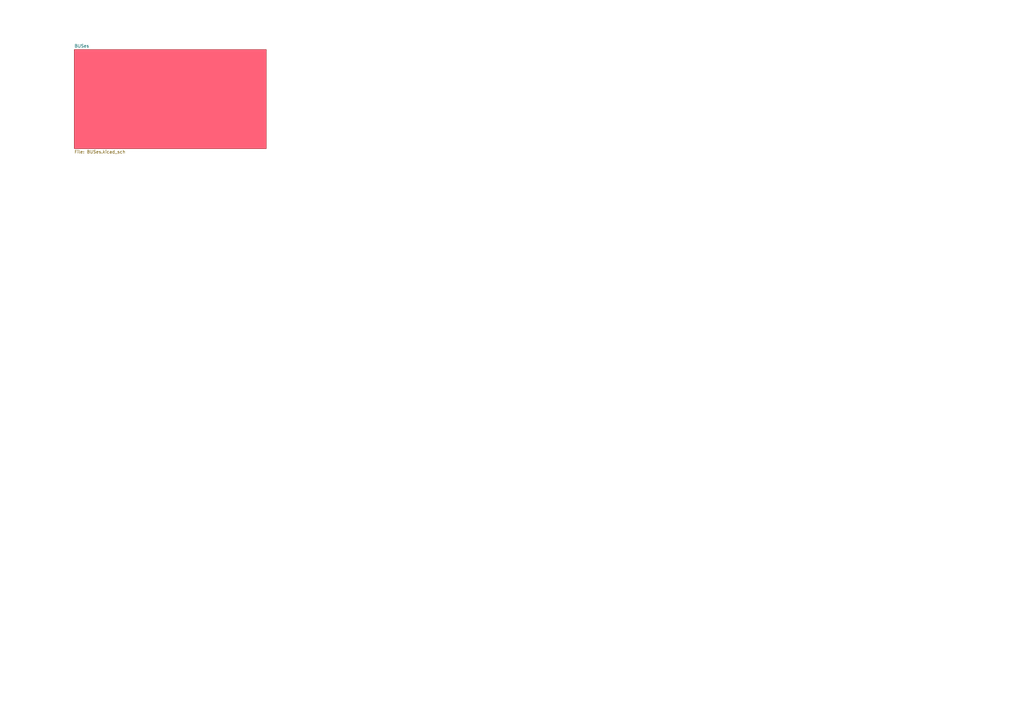
<source format=kicad_sch>
(kicad_sch (version 20250114) (generator "eeschema") (generator_version "9.0")
  (paper "A3")
  (title_block (title "KEPR") (date "2025-12-31") (rev "0.5") (company "Rapport Tecnologia"))
  (lib_symbols)
  (sheet (at 30.48 20.32) (size 78.74 40.64) (stroke (width 0.1524)) (fill (color 255 97 121 1.0000))
    (property "Sheetname" "BUSes" (at 30.48 19.6084 0) (effects (justify left bottom)))
    (property "Sheetfile" "BUSes.kicad_sch" (at 30.48 61.5446 0) (effects (justify left top)))
  )
)
</source>
